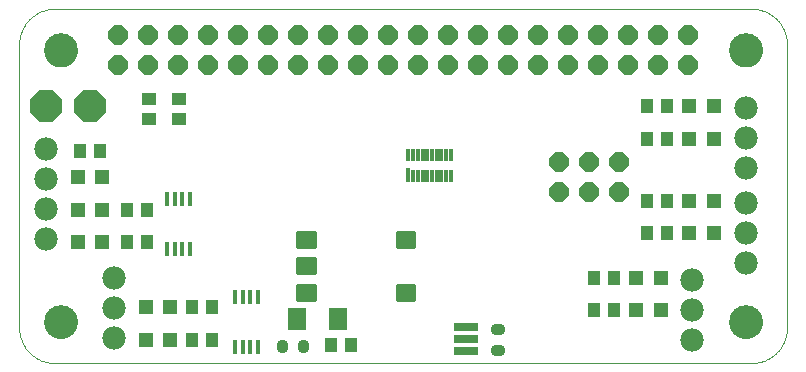
<source format=gts>
G75*
%MOIN*%
%OFA0B0*%
%FSLAX25Y25*%
%IPPOS*%
%LPD*%
%AMOC8*
5,1,8,0,0,1.08239X$1,22.5*
%
%ADD10C,0.00000*%
%ADD11C,0.11227*%
%ADD12OC8,0.06400*%
%ADD13R,0.05124X0.05124*%
%ADD14C,0.03150*%
%ADD15R,0.08274X0.03156*%
%ADD16C,0.00887*%
%ADD17R,0.05912X0.07487*%
%ADD18R,0.01581X0.05124*%
%ADD19OC8,0.10400*%
%ADD20OC8,0.06502*%
%ADD21C,0.07800*%
%ADD22R,0.04337X0.04731*%
%ADD23R,0.04731X0.04337*%
%ADD24R,0.01187X0.04731*%
%ADD25R,0.01187X0.04337*%
D10*
X0013811Y0013041D02*
X0246094Y0013041D01*
X0246379Y0013044D01*
X0246665Y0013055D01*
X0246950Y0013072D01*
X0247234Y0013096D01*
X0247518Y0013127D01*
X0247801Y0013165D01*
X0248082Y0013210D01*
X0248363Y0013261D01*
X0248643Y0013319D01*
X0248921Y0013384D01*
X0249197Y0013456D01*
X0249471Y0013534D01*
X0249744Y0013619D01*
X0250014Y0013711D01*
X0250282Y0013809D01*
X0250548Y0013913D01*
X0250811Y0014024D01*
X0251071Y0014141D01*
X0251329Y0014264D01*
X0251583Y0014394D01*
X0251834Y0014530D01*
X0252082Y0014671D01*
X0252326Y0014819D01*
X0252567Y0014972D01*
X0252803Y0015132D01*
X0253036Y0015297D01*
X0253265Y0015467D01*
X0253490Y0015643D01*
X0253710Y0015825D01*
X0253926Y0016011D01*
X0254137Y0016203D01*
X0254344Y0016400D01*
X0254546Y0016602D01*
X0254743Y0016809D01*
X0254935Y0017020D01*
X0255121Y0017236D01*
X0255303Y0017456D01*
X0255479Y0017681D01*
X0255649Y0017910D01*
X0255814Y0018143D01*
X0255974Y0018379D01*
X0256127Y0018620D01*
X0256275Y0018864D01*
X0256416Y0019112D01*
X0256552Y0019363D01*
X0256682Y0019617D01*
X0256805Y0019875D01*
X0256922Y0020135D01*
X0257033Y0020398D01*
X0257137Y0020664D01*
X0257235Y0020932D01*
X0257327Y0021202D01*
X0257412Y0021475D01*
X0257490Y0021749D01*
X0257562Y0022025D01*
X0257627Y0022303D01*
X0257685Y0022583D01*
X0257736Y0022864D01*
X0257781Y0023145D01*
X0257819Y0023428D01*
X0257850Y0023712D01*
X0257874Y0023996D01*
X0257891Y0024281D01*
X0257902Y0024567D01*
X0257905Y0024852D01*
X0257906Y0024852D02*
X0257906Y0119340D01*
X0257905Y0119340D02*
X0257902Y0119625D01*
X0257891Y0119911D01*
X0257874Y0120196D01*
X0257850Y0120480D01*
X0257819Y0120764D01*
X0257781Y0121047D01*
X0257736Y0121328D01*
X0257685Y0121609D01*
X0257627Y0121889D01*
X0257562Y0122167D01*
X0257490Y0122443D01*
X0257412Y0122717D01*
X0257327Y0122990D01*
X0257235Y0123260D01*
X0257137Y0123528D01*
X0257033Y0123794D01*
X0256922Y0124057D01*
X0256805Y0124317D01*
X0256682Y0124575D01*
X0256552Y0124829D01*
X0256416Y0125080D01*
X0256275Y0125328D01*
X0256127Y0125572D01*
X0255974Y0125813D01*
X0255814Y0126049D01*
X0255649Y0126282D01*
X0255479Y0126511D01*
X0255303Y0126736D01*
X0255121Y0126956D01*
X0254935Y0127172D01*
X0254743Y0127383D01*
X0254546Y0127590D01*
X0254344Y0127792D01*
X0254137Y0127989D01*
X0253926Y0128181D01*
X0253710Y0128367D01*
X0253490Y0128549D01*
X0253265Y0128725D01*
X0253036Y0128895D01*
X0252803Y0129060D01*
X0252567Y0129220D01*
X0252326Y0129373D01*
X0252082Y0129521D01*
X0251834Y0129662D01*
X0251583Y0129798D01*
X0251329Y0129928D01*
X0251071Y0130051D01*
X0250811Y0130168D01*
X0250548Y0130279D01*
X0250282Y0130383D01*
X0250014Y0130481D01*
X0249744Y0130573D01*
X0249471Y0130658D01*
X0249197Y0130736D01*
X0248921Y0130808D01*
X0248643Y0130873D01*
X0248363Y0130931D01*
X0248082Y0130982D01*
X0247801Y0131027D01*
X0247518Y0131065D01*
X0247234Y0131096D01*
X0246950Y0131120D01*
X0246665Y0131137D01*
X0246379Y0131148D01*
X0246094Y0131151D01*
X0013811Y0131151D01*
X0013526Y0131148D01*
X0013240Y0131137D01*
X0012955Y0131120D01*
X0012671Y0131096D01*
X0012387Y0131065D01*
X0012104Y0131027D01*
X0011823Y0130982D01*
X0011542Y0130931D01*
X0011262Y0130873D01*
X0010984Y0130808D01*
X0010708Y0130736D01*
X0010434Y0130658D01*
X0010161Y0130573D01*
X0009891Y0130481D01*
X0009623Y0130383D01*
X0009357Y0130279D01*
X0009094Y0130168D01*
X0008834Y0130051D01*
X0008576Y0129928D01*
X0008322Y0129798D01*
X0008071Y0129662D01*
X0007823Y0129521D01*
X0007579Y0129373D01*
X0007338Y0129220D01*
X0007102Y0129060D01*
X0006869Y0128895D01*
X0006640Y0128725D01*
X0006415Y0128549D01*
X0006195Y0128367D01*
X0005979Y0128181D01*
X0005768Y0127989D01*
X0005561Y0127792D01*
X0005359Y0127590D01*
X0005162Y0127383D01*
X0004970Y0127172D01*
X0004784Y0126956D01*
X0004602Y0126736D01*
X0004426Y0126511D01*
X0004256Y0126282D01*
X0004091Y0126049D01*
X0003931Y0125813D01*
X0003778Y0125572D01*
X0003630Y0125328D01*
X0003489Y0125080D01*
X0003353Y0124829D01*
X0003223Y0124575D01*
X0003100Y0124317D01*
X0002983Y0124057D01*
X0002872Y0123794D01*
X0002768Y0123528D01*
X0002670Y0123260D01*
X0002578Y0122990D01*
X0002493Y0122717D01*
X0002415Y0122443D01*
X0002343Y0122167D01*
X0002278Y0121889D01*
X0002220Y0121609D01*
X0002169Y0121328D01*
X0002124Y0121047D01*
X0002086Y0120764D01*
X0002055Y0120480D01*
X0002031Y0120196D01*
X0002014Y0119911D01*
X0002003Y0119625D01*
X0002000Y0119340D01*
X0002000Y0024852D01*
X0002003Y0024567D01*
X0002014Y0024281D01*
X0002031Y0023996D01*
X0002055Y0023712D01*
X0002086Y0023428D01*
X0002124Y0023145D01*
X0002169Y0022864D01*
X0002220Y0022583D01*
X0002278Y0022303D01*
X0002343Y0022025D01*
X0002415Y0021749D01*
X0002493Y0021475D01*
X0002578Y0021202D01*
X0002670Y0020932D01*
X0002768Y0020664D01*
X0002872Y0020398D01*
X0002983Y0020135D01*
X0003100Y0019875D01*
X0003223Y0019617D01*
X0003353Y0019363D01*
X0003489Y0019112D01*
X0003630Y0018864D01*
X0003778Y0018620D01*
X0003931Y0018379D01*
X0004091Y0018143D01*
X0004256Y0017910D01*
X0004426Y0017681D01*
X0004602Y0017456D01*
X0004784Y0017236D01*
X0004970Y0017020D01*
X0005162Y0016809D01*
X0005359Y0016602D01*
X0005561Y0016400D01*
X0005768Y0016203D01*
X0005979Y0016011D01*
X0006195Y0015825D01*
X0006415Y0015643D01*
X0006640Y0015467D01*
X0006869Y0015297D01*
X0007102Y0015132D01*
X0007338Y0014972D01*
X0007579Y0014819D01*
X0007823Y0014671D01*
X0008071Y0014530D01*
X0008322Y0014394D01*
X0008576Y0014264D01*
X0008834Y0014141D01*
X0009094Y0014024D01*
X0009357Y0013913D01*
X0009623Y0013809D01*
X0009891Y0013711D01*
X0010161Y0013619D01*
X0010434Y0013534D01*
X0010708Y0013456D01*
X0010984Y0013384D01*
X0011262Y0013319D01*
X0011542Y0013261D01*
X0011823Y0013210D01*
X0012104Y0013165D01*
X0012387Y0013127D01*
X0012671Y0013096D01*
X0012955Y0013072D01*
X0013240Y0013055D01*
X0013526Y0013044D01*
X0013811Y0013041D01*
X0010367Y0026820D02*
X0010369Y0026967D01*
X0010375Y0027113D01*
X0010385Y0027259D01*
X0010399Y0027405D01*
X0010417Y0027551D01*
X0010438Y0027696D01*
X0010464Y0027840D01*
X0010494Y0027984D01*
X0010527Y0028126D01*
X0010564Y0028268D01*
X0010605Y0028409D01*
X0010650Y0028548D01*
X0010699Y0028687D01*
X0010751Y0028824D01*
X0010808Y0028959D01*
X0010867Y0029093D01*
X0010931Y0029225D01*
X0010998Y0029355D01*
X0011068Y0029484D01*
X0011142Y0029611D01*
X0011219Y0029735D01*
X0011300Y0029858D01*
X0011384Y0029978D01*
X0011471Y0030096D01*
X0011561Y0030211D01*
X0011654Y0030324D01*
X0011751Y0030435D01*
X0011850Y0030543D01*
X0011952Y0030648D01*
X0012057Y0030750D01*
X0012165Y0030849D01*
X0012276Y0030946D01*
X0012389Y0031039D01*
X0012504Y0031129D01*
X0012622Y0031216D01*
X0012742Y0031300D01*
X0012865Y0031381D01*
X0012989Y0031458D01*
X0013116Y0031532D01*
X0013245Y0031602D01*
X0013375Y0031669D01*
X0013507Y0031733D01*
X0013641Y0031792D01*
X0013776Y0031849D01*
X0013913Y0031901D01*
X0014052Y0031950D01*
X0014191Y0031995D01*
X0014332Y0032036D01*
X0014474Y0032073D01*
X0014616Y0032106D01*
X0014760Y0032136D01*
X0014904Y0032162D01*
X0015049Y0032183D01*
X0015195Y0032201D01*
X0015341Y0032215D01*
X0015487Y0032225D01*
X0015633Y0032231D01*
X0015780Y0032233D01*
X0015927Y0032231D01*
X0016073Y0032225D01*
X0016219Y0032215D01*
X0016365Y0032201D01*
X0016511Y0032183D01*
X0016656Y0032162D01*
X0016800Y0032136D01*
X0016944Y0032106D01*
X0017086Y0032073D01*
X0017228Y0032036D01*
X0017369Y0031995D01*
X0017508Y0031950D01*
X0017647Y0031901D01*
X0017784Y0031849D01*
X0017919Y0031792D01*
X0018053Y0031733D01*
X0018185Y0031669D01*
X0018315Y0031602D01*
X0018444Y0031532D01*
X0018571Y0031458D01*
X0018695Y0031381D01*
X0018818Y0031300D01*
X0018938Y0031216D01*
X0019056Y0031129D01*
X0019171Y0031039D01*
X0019284Y0030946D01*
X0019395Y0030849D01*
X0019503Y0030750D01*
X0019608Y0030648D01*
X0019710Y0030543D01*
X0019809Y0030435D01*
X0019906Y0030324D01*
X0019999Y0030211D01*
X0020089Y0030096D01*
X0020176Y0029978D01*
X0020260Y0029858D01*
X0020341Y0029735D01*
X0020418Y0029611D01*
X0020492Y0029484D01*
X0020562Y0029355D01*
X0020629Y0029225D01*
X0020693Y0029093D01*
X0020752Y0028959D01*
X0020809Y0028824D01*
X0020861Y0028687D01*
X0020910Y0028548D01*
X0020955Y0028409D01*
X0020996Y0028268D01*
X0021033Y0028126D01*
X0021066Y0027984D01*
X0021096Y0027840D01*
X0021122Y0027696D01*
X0021143Y0027551D01*
X0021161Y0027405D01*
X0021175Y0027259D01*
X0021185Y0027113D01*
X0021191Y0026967D01*
X0021193Y0026820D01*
X0021191Y0026673D01*
X0021185Y0026527D01*
X0021175Y0026381D01*
X0021161Y0026235D01*
X0021143Y0026089D01*
X0021122Y0025944D01*
X0021096Y0025800D01*
X0021066Y0025656D01*
X0021033Y0025514D01*
X0020996Y0025372D01*
X0020955Y0025231D01*
X0020910Y0025092D01*
X0020861Y0024953D01*
X0020809Y0024816D01*
X0020752Y0024681D01*
X0020693Y0024547D01*
X0020629Y0024415D01*
X0020562Y0024285D01*
X0020492Y0024156D01*
X0020418Y0024029D01*
X0020341Y0023905D01*
X0020260Y0023782D01*
X0020176Y0023662D01*
X0020089Y0023544D01*
X0019999Y0023429D01*
X0019906Y0023316D01*
X0019809Y0023205D01*
X0019710Y0023097D01*
X0019608Y0022992D01*
X0019503Y0022890D01*
X0019395Y0022791D01*
X0019284Y0022694D01*
X0019171Y0022601D01*
X0019056Y0022511D01*
X0018938Y0022424D01*
X0018818Y0022340D01*
X0018695Y0022259D01*
X0018571Y0022182D01*
X0018444Y0022108D01*
X0018315Y0022038D01*
X0018185Y0021971D01*
X0018053Y0021907D01*
X0017919Y0021848D01*
X0017784Y0021791D01*
X0017647Y0021739D01*
X0017508Y0021690D01*
X0017369Y0021645D01*
X0017228Y0021604D01*
X0017086Y0021567D01*
X0016944Y0021534D01*
X0016800Y0021504D01*
X0016656Y0021478D01*
X0016511Y0021457D01*
X0016365Y0021439D01*
X0016219Y0021425D01*
X0016073Y0021415D01*
X0015927Y0021409D01*
X0015780Y0021407D01*
X0015633Y0021409D01*
X0015487Y0021415D01*
X0015341Y0021425D01*
X0015195Y0021439D01*
X0015049Y0021457D01*
X0014904Y0021478D01*
X0014760Y0021504D01*
X0014616Y0021534D01*
X0014474Y0021567D01*
X0014332Y0021604D01*
X0014191Y0021645D01*
X0014052Y0021690D01*
X0013913Y0021739D01*
X0013776Y0021791D01*
X0013641Y0021848D01*
X0013507Y0021907D01*
X0013375Y0021971D01*
X0013245Y0022038D01*
X0013116Y0022108D01*
X0012989Y0022182D01*
X0012865Y0022259D01*
X0012742Y0022340D01*
X0012622Y0022424D01*
X0012504Y0022511D01*
X0012389Y0022601D01*
X0012276Y0022694D01*
X0012165Y0022791D01*
X0012057Y0022890D01*
X0011952Y0022992D01*
X0011850Y0023097D01*
X0011751Y0023205D01*
X0011654Y0023316D01*
X0011561Y0023429D01*
X0011471Y0023544D01*
X0011384Y0023662D01*
X0011300Y0023782D01*
X0011219Y0023905D01*
X0011142Y0024029D01*
X0011068Y0024156D01*
X0010998Y0024285D01*
X0010931Y0024415D01*
X0010867Y0024547D01*
X0010808Y0024681D01*
X0010751Y0024816D01*
X0010699Y0024953D01*
X0010650Y0025092D01*
X0010605Y0025231D01*
X0010564Y0025372D01*
X0010527Y0025514D01*
X0010494Y0025656D01*
X0010464Y0025800D01*
X0010438Y0025944D01*
X0010417Y0026089D01*
X0010399Y0026235D01*
X0010385Y0026381D01*
X0010375Y0026527D01*
X0010369Y0026673D01*
X0010367Y0026820D01*
X0010367Y0117371D02*
X0010369Y0117518D01*
X0010375Y0117664D01*
X0010385Y0117810D01*
X0010399Y0117956D01*
X0010417Y0118102D01*
X0010438Y0118247D01*
X0010464Y0118391D01*
X0010494Y0118535D01*
X0010527Y0118677D01*
X0010564Y0118819D01*
X0010605Y0118960D01*
X0010650Y0119099D01*
X0010699Y0119238D01*
X0010751Y0119375D01*
X0010808Y0119510D01*
X0010867Y0119644D01*
X0010931Y0119776D01*
X0010998Y0119906D01*
X0011068Y0120035D01*
X0011142Y0120162D01*
X0011219Y0120286D01*
X0011300Y0120409D01*
X0011384Y0120529D01*
X0011471Y0120647D01*
X0011561Y0120762D01*
X0011654Y0120875D01*
X0011751Y0120986D01*
X0011850Y0121094D01*
X0011952Y0121199D01*
X0012057Y0121301D01*
X0012165Y0121400D01*
X0012276Y0121497D01*
X0012389Y0121590D01*
X0012504Y0121680D01*
X0012622Y0121767D01*
X0012742Y0121851D01*
X0012865Y0121932D01*
X0012989Y0122009D01*
X0013116Y0122083D01*
X0013245Y0122153D01*
X0013375Y0122220D01*
X0013507Y0122284D01*
X0013641Y0122343D01*
X0013776Y0122400D01*
X0013913Y0122452D01*
X0014052Y0122501D01*
X0014191Y0122546D01*
X0014332Y0122587D01*
X0014474Y0122624D01*
X0014616Y0122657D01*
X0014760Y0122687D01*
X0014904Y0122713D01*
X0015049Y0122734D01*
X0015195Y0122752D01*
X0015341Y0122766D01*
X0015487Y0122776D01*
X0015633Y0122782D01*
X0015780Y0122784D01*
X0015927Y0122782D01*
X0016073Y0122776D01*
X0016219Y0122766D01*
X0016365Y0122752D01*
X0016511Y0122734D01*
X0016656Y0122713D01*
X0016800Y0122687D01*
X0016944Y0122657D01*
X0017086Y0122624D01*
X0017228Y0122587D01*
X0017369Y0122546D01*
X0017508Y0122501D01*
X0017647Y0122452D01*
X0017784Y0122400D01*
X0017919Y0122343D01*
X0018053Y0122284D01*
X0018185Y0122220D01*
X0018315Y0122153D01*
X0018444Y0122083D01*
X0018571Y0122009D01*
X0018695Y0121932D01*
X0018818Y0121851D01*
X0018938Y0121767D01*
X0019056Y0121680D01*
X0019171Y0121590D01*
X0019284Y0121497D01*
X0019395Y0121400D01*
X0019503Y0121301D01*
X0019608Y0121199D01*
X0019710Y0121094D01*
X0019809Y0120986D01*
X0019906Y0120875D01*
X0019999Y0120762D01*
X0020089Y0120647D01*
X0020176Y0120529D01*
X0020260Y0120409D01*
X0020341Y0120286D01*
X0020418Y0120162D01*
X0020492Y0120035D01*
X0020562Y0119906D01*
X0020629Y0119776D01*
X0020693Y0119644D01*
X0020752Y0119510D01*
X0020809Y0119375D01*
X0020861Y0119238D01*
X0020910Y0119099D01*
X0020955Y0118960D01*
X0020996Y0118819D01*
X0021033Y0118677D01*
X0021066Y0118535D01*
X0021096Y0118391D01*
X0021122Y0118247D01*
X0021143Y0118102D01*
X0021161Y0117956D01*
X0021175Y0117810D01*
X0021185Y0117664D01*
X0021191Y0117518D01*
X0021193Y0117371D01*
X0021191Y0117224D01*
X0021185Y0117078D01*
X0021175Y0116932D01*
X0021161Y0116786D01*
X0021143Y0116640D01*
X0021122Y0116495D01*
X0021096Y0116351D01*
X0021066Y0116207D01*
X0021033Y0116065D01*
X0020996Y0115923D01*
X0020955Y0115782D01*
X0020910Y0115643D01*
X0020861Y0115504D01*
X0020809Y0115367D01*
X0020752Y0115232D01*
X0020693Y0115098D01*
X0020629Y0114966D01*
X0020562Y0114836D01*
X0020492Y0114707D01*
X0020418Y0114580D01*
X0020341Y0114456D01*
X0020260Y0114333D01*
X0020176Y0114213D01*
X0020089Y0114095D01*
X0019999Y0113980D01*
X0019906Y0113867D01*
X0019809Y0113756D01*
X0019710Y0113648D01*
X0019608Y0113543D01*
X0019503Y0113441D01*
X0019395Y0113342D01*
X0019284Y0113245D01*
X0019171Y0113152D01*
X0019056Y0113062D01*
X0018938Y0112975D01*
X0018818Y0112891D01*
X0018695Y0112810D01*
X0018571Y0112733D01*
X0018444Y0112659D01*
X0018315Y0112589D01*
X0018185Y0112522D01*
X0018053Y0112458D01*
X0017919Y0112399D01*
X0017784Y0112342D01*
X0017647Y0112290D01*
X0017508Y0112241D01*
X0017369Y0112196D01*
X0017228Y0112155D01*
X0017086Y0112118D01*
X0016944Y0112085D01*
X0016800Y0112055D01*
X0016656Y0112029D01*
X0016511Y0112008D01*
X0016365Y0111990D01*
X0016219Y0111976D01*
X0016073Y0111966D01*
X0015927Y0111960D01*
X0015780Y0111958D01*
X0015633Y0111960D01*
X0015487Y0111966D01*
X0015341Y0111976D01*
X0015195Y0111990D01*
X0015049Y0112008D01*
X0014904Y0112029D01*
X0014760Y0112055D01*
X0014616Y0112085D01*
X0014474Y0112118D01*
X0014332Y0112155D01*
X0014191Y0112196D01*
X0014052Y0112241D01*
X0013913Y0112290D01*
X0013776Y0112342D01*
X0013641Y0112399D01*
X0013507Y0112458D01*
X0013375Y0112522D01*
X0013245Y0112589D01*
X0013116Y0112659D01*
X0012989Y0112733D01*
X0012865Y0112810D01*
X0012742Y0112891D01*
X0012622Y0112975D01*
X0012504Y0113062D01*
X0012389Y0113152D01*
X0012276Y0113245D01*
X0012165Y0113342D01*
X0012057Y0113441D01*
X0011952Y0113543D01*
X0011850Y0113648D01*
X0011751Y0113756D01*
X0011654Y0113867D01*
X0011561Y0113980D01*
X0011471Y0114095D01*
X0011384Y0114213D01*
X0011300Y0114333D01*
X0011219Y0114456D01*
X0011142Y0114580D01*
X0011068Y0114707D01*
X0010998Y0114836D01*
X0010931Y0114966D01*
X0010867Y0115098D01*
X0010808Y0115232D01*
X0010751Y0115367D01*
X0010699Y0115504D01*
X0010650Y0115643D01*
X0010605Y0115782D01*
X0010564Y0115923D01*
X0010527Y0116065D01*
X0010494Y0116207D01*
X0010464Y0116351D01*
X0010438Y0116495D01*
X0010417Y0116640D01*
X0010399Y0116786D01*
X0010385Y0116932D01*
X0010375Y0117078D01*
X0010369Y0117224D01*
X0010367Y0117371D01*
X0238713Y0117371D02*
X0238715Y0117518D01*
X0238721Y0117664D01*
X0238731Y0117810D01*
X0238745Y0117956D01*
X0238763Y0118102D01*
X0238784Y0118247D01*
X0238810Y0118391D01*
X0238840Y0118535D01*
X0238873Y0118677D01*
X0238910Y0118819D01*
X0238951Y0118960D01*
X0238996Y0119099D01*
X0239045Y0119238D01*
X0239097Y0119375D01*
X0239154Y0119510D01*
X0239213Y0119644D01*
X0239277Y0119776D01*
X0239344Y0119906D01*
X0239414Y0120035D01*
X0239488Y0120162D01*
X0239565Y0120286D01*
X0239646Y0120409D01*
X0239730Y0120529D01*
X0239817Y0120647D01*
X0239907Y0120762D01*
X0240000Y0120875D01*
X0240097Y0120986D01*
X0240196Y0121094D01*
X0240298Y0121199D01*
X0240403Y0121301D01*
X0240511Y0121400D01*
X0240622Y0121497D01*
X0240735Y0121590D01*
X0240850Y0121680D01*
X0240968Y0121767D01*
X0241088Y0121851D01*
X0241211Y0121932D01*
X0241335Y0122009D01*
X0241462Y0122083D01*
X0241591Y0122153D01*
X0241721Y0122220D01*
X0241853Y0122284D01*
X0241987Y0122343D01*
X0242122Y0122400D01*
X0242259Y0122452D01*
X0242398Y0122501D01*
X0242537Y0122546D01*
X0242678Y0122587D01*
X0242820Y0122624D01*
X0242962Y0122657D01*
X0243106Y0122687D01*
X0243250Y0122713D01*
X0243395Y0122734D01*
X0243541Y0122752D01*
X0243687Y0122766D01*
X0243833Y0122776D01*
X0243979Y0122782D01*
X0244126Y0122784D01*
X0244273Y0122782D01*
X0244419Y0122776D01*
X0244565Y0122766D01*
X0244711Y0122752D01*
X0244857Y0122734D01*
X0245002Y0122713D01*
X0245146Y0122687D01*
X0245290Y0122657D01*
X0245432Y0122624D01*
X0245574Y0122587D01*
X0245715Y0122546D01*
X0245854Y0122501D01*
X0245993Y0122452D01*
X0246130Y0122400D01*
X0246265Y0122343D01*
X0246399Y0122284D01*
X0246531Y0122220D01*
X0246661Y0122153D01*
X0246790Y0122083D01*
X0246917Y0122009D01*
X0247041Y0121932D01*
X0247164Y0121851D01*
X0247284Y0121767D01*
X0247402Y0121680D01*
X0247517Y0121590D01*
X0247630Y0121497D01*
X0247741Y0121400D01*
X0247849Y0121301D01*
X0247954Y0121199D01*
X0248056Y0121094D01*
X0248155Y0120986D01*
X0248252Y0120875D01*
X0248345Y0120762D01*
X0248435Y0120647D01*
X0248522Y0120529D01*
X0248606Y0120409D01*
X0248687Y0120286D01*
X0248764Y0120162D01*
X0248838Y0120035D01*
X0248908Y0119906D01*
X0248975Y0119776D01*
X0249039Y0119644D01*
X0249098Y0119510D01*
X0249155Y0119375D01*
X0249207Y0119238D01*
X0249256Y0119099D01*
X0249301Y0118960D01*
X0249342Y0118819D01*
X0249379Y0118677D01*
X0249412Y0118535D01*
X0249442Y0118391D01*
X0249468Y0118247D01*
X0249489Y0118102D01*
X0249507Y0117956D01*
X0249521Y0117810D01*
X0249531Y0117664D01*
X0249537Y0117518D01*
X0249539Y0117371D01*
X0249537Y0117224D01*
X0249531Y0117078D01*
X0249521Y0116932D01*
X0249507Y0116786D01*
X0249489Y0116640D01*
X0249468Y0116495D01*
X0249442Y0116351D01*
X0249412Y0116207D01*
X0249379Y0116065D01*
X0249342Y0115923D01*
X0249301Y0115782D01*
X0249256Y0115643D01*
X0249207Y0115504D01*
X0249155Y0115367D01*
X0249098Y0115232D01*
X0249039Y0115098D01*
X0248975Y0114966D01*
X0248908Y0114836D01*
X0248838Y0114707D01*
X0248764Y0114580D01*
X0248687Y0114456D01*
X0248606Y0114333D01*
X0248522Y0114213D01*
X0248435Y0114095D01*
X0248345Y0113980D01*
X0248252Y0113867D01*
X0248155Y0113756D01*
X0248056Y0113648D01*
X0247954Y0113543D01*
X0247849Y0113441D01*
X0247741Y0113342D01*
X0247630Y0113245D01*
X0247517Y0113152D01*
X0247402Y0113062D01*
X0247284Y0112975D01*
X0247164Y0112891D01*
X0247041Y0112810D01*
X0246917Y0112733D01*
X0246790Y0112659D01*
X0246661Y0112589D01*
X0246531Y0112522D01*
X0246399Y0112458D01*
X0246265Y0112399D01*
X0246130Y0112342D01*
X0245993Y0112290D01*
X0245854Y0112241D01*
X0245715Y0112196D01*
X0245574Y0112155D01*
X0245432Y0112118D01*
X0245290Y0112085D01*
X0245146Y0112055D01*
X0245002Y0112029D01*
X0244857Y0112008D01*
X0244711Y0111990D01*
X0244565Y0111976D01*
X0244419Y0111966D01*
X0244273Y0111960D01*
X0244126Y0111958D01*
X0243979Y0111960D01*
X0243833Y0111966D01*
X0243687Y0111976D01*
X0243541Y0111990D01*
X0243395Y0112008D01*
X0243250Y0112029D01*
X0243106Y0112055D01*
X0242962Y0112085D01*
X0242820Y0112118D01*
X0242678Y0112155D01*
X0242537Y0112196D01*
X0242398Y0112241D01*
X0242259Y0112290D01*
X0242122Y0112342D01*
X0241987Y0112399D01*
X0241853Y0112458D01*
X0241721Y0112522D01*
X0241591Y0112589D01*
X0241462Y0112659D01*
X0241335Y0112733D01*
X0241211Y0112810D01*
X0241088Y0112891D01*
X0240968Y0112975D01*
X0240850Y0113062D01*
X0240735Y0113152D01*
X0240622Y0113245D01*
X0240511Y0113342D01*
X0240403Y0113441D01*
X0240298Y0113543D01*
X0240196Y0113648D01*
X0240097Y0113756D01*
X0240000Y0113867D01*
X0239907Y0113980D01*
X0239817Y0114095D01*
X0239730Y0114213D01*
X0239646Y0114333D01*
X0239565Y0114456D01*
X0239488Y0114580D01*
X0239414Y0114707D01*
X0239344Y0114836D01*
X0239277Y0114966D01*
X0239213Y0115098D01*
X0239154Y0115232D01*
X0239097Y0115367D01*
X0239045Y0115504D01*
X0238996Y0115643D01*
X0238951Y0115782D01*
X0238910Y0115923D01*
X0238873Y0116065D01*
X0238840Y0116207D01*
X0238810Y0116351D01*
X0238784Y0116495D01*
X0238763Y0116640D01*
X0238745Y0116786D01*
X0238731Y0116932D01*
X0238721Y0117078D01*
X0238715Y0117224D01*
X0238713Y0117371D01*
X0238713Y0026820D02*
X0238715Y0026967D01*
X0238721Y0027113D01*
X0238731Y0027259D01*
X0238745Y0027405D01*
X0238763Y0027551D01*
X0238784Y0027696D01*
X0238810Y0027840D01*
X0238840Y0027984D01*
X0238873Y0028126D01*
X0238910Y0028268D01*
X0238951Y0028409D01*
X0238996Y0028548D01*
X0239045Y0028687D01*
X0239097Y0028824D01*
X0239154Y0028959D01*
X0239213Y0029093D01*
X0239277Y0029225D01*
X0239344Y0029355D01*
X0239414Y0029484D01*
X0239488Y0029611D01*
X0239565Y0029735D01*
X0239646Y0029858D01*
X0239730Y0029978D01*
X0239817Y0030096D01*
X0239907Y0030211D01*
X0240000Y0030324D01*
X0240097Y0030435D01*
X0240196Y0030543D01*
X0240298Y0030648D01*
X0240403Y0030750D01*
X0240511Y0030849D01*
X0240622Y0030946D01*
X0240735Y0031039D01*
X0240850Y0031129D01*
X0240968Y0031216D01*
X0241088Y0031300D01*
X0241211Y0031381D01*
X0241335Y0031458D01*
X0241462Y0031532D01*
X0241591Y0031602D01*
X0241721Y0031669D01*
X0241853Y0031733D01*
X0241987Y0031792D01*
X0242122Y0031849D01*
X0242259Y0031901D01*
X0242398Y0031950D01*
X0242537Y0031995D01*
X0242678Y0032036D01*
X0242820Y0032073D01*
X0242962Y0032106D01*
X0243106Y0032136D01*
X0243250Y0032162D01*
X0243395Y0032183D01*
X0243541Y0032201D01*
X0243687Y0032215D01*
X0243833Y0032225D01*
X0243979Y0032231D01*
X0244126Y0032233D01*
X0244273Y0032231D01*
X0244419Y0032225D01*
X0244565Y0032215D01*
X0244711Y0032201D01*
X0244857Y0032183D01*
X0245002Y0032162D01*
X0245146Y0032136D01*
X0245290Y0032106D01*
X0245432Y0032073D01*
X0245574Y0032036D01*
X0245715Y0031995D01*
X0245854Y0031950D01*
X0245993Y0031901D01*
X0246130Y0031849D01*
X0246265Y0031792D01*
X0246399Y0031733D01*
X0246531Y0031669D01*
X0246661Y0031602D01*
X0246790Y0031532D01*
X0246917Y0031458D01*
X0247041Y0031381D01*
X0247164Y0031300D01*
X0247284Y0031216D01*
X0247402Y0031129D01*
X0247517Y0031039D01*
X0247630Y0030946D01*
X0247741Y0030849D01*
X0247849Y0030750D01*
X0247954Y0030648D01*
X0248056Y0030543D01*
X0248155Y0030435D01*
X0248252Y0030324D01*
X0248345Y0030211D01*
X0248435Y0030096D01*
X0248522Y0029978D01*
X0248606Y0029858D01*
X0248687Y0029735D01*
X0248764Y0029611D01*
X0248838Y0029484D01*
X0248908Y0029355D01*
X0248975Y0029225D01*
X0249039Y0029093D01*
X0249098Y0028959D01*
X0249155Y0028824D01*
X0249207Y0028687D01*
X0249256Y0028548D01*
X0249301Y0028409D01*
X0249342Y0028268D01*
X0249379Y0028126D01*
X0249412Y0027984D01*
X0249442Y0027840D01*
X0249468Y0027696D01*
X0249489Y0027551D01*
X0249507Y0027405D01*
X0249521Y0027259D01*
X0249531Y0027113D01*
X0249537Y0026967D01*
X0249539Y0026820D01*
X0249537Y0026673D01*
X0249531Y0026527D01*
X0249521Y0026381D01*
X0249507Y0026235D01*
X0249489Y0026089D01*
X0249468Y0025944D01*
X0249442Y0025800D01*
X0249412Y0025656D01*
X0249379Y0025514D01*
X0249342Y0025372D01*
X0249301Y0025231D01*
X0249256Y0025092D01*
X0249207Y0024953D01*
X0249155Y0024816D01*
X0249098Y0024681D01*
X0249039Y0024547D01*
X0248975Y0024415D01*
X0248908Y0024285D01*
X0248838Y0024156D01*
X0248764Y0024029D01*
X0248687Y0023905D01*
X0248606Y0023782D01*
X0248522Y0023662D01*
X0248435Y0023544D01*
X0248345Y0023429D01*
X0248252Y0023316D01*
X0248155Y0023205D01*
X0248056Y0023097D01*
X0247954Y0022992D01*
X0247849Y0022890D01*
X0247741Y0022791D01*
X0247630Y0022694D01*
X0247517Y0022601D01*
X0247402Y0022511D01*
X0247284Y0022424D01*
X0247164Y0022340D01*
X0247041Y0022259D01*
X0246917Y0022182D01*
X0246790Y0022108D01*
X0246661Y0022038D01*
X0246531Y0021971D01*
X0246399Y0021907D01*
X0246265Y0021848D01*
X0246130Y0021791D01*
X0245993Y0021739D01*
X0245854Y0021690D01*
X0245715Y0021645D01*
X0245574Y0021604D01*
X0245432Y0021567D01*
X0245290Y0021534D01*
X0245146Y0021504D01*
X0245002Y0021478D01*
X0244857Y0021457D01*
X0244711Y0021439D01*
X0244565Y0021425D01*
X0244419Y0021415D01*
X0244273Y0021409D01*
X0244126Y0021407D01*
X0243979Y0021409D01*
X0243833Y0021415D01*
X0243687Y0021425D01*
X0243541Y0021439D01*
X0243395Y0021457D01*
X0243250Y0021478D01*
X0243106Y0021504D01*
X0242962Y0021534D01*
X0242820Y0021567D01*
X0242678Y0021604D01*
X0242537Y0021645D01*
X0242398Y0021690D01*
X0242259Y0021739D01*
X0242122Y0021791D01*
X0241987Y0021848D01*
X0241853Y0021907D01*
X0241721Y0021971D01*
X0241591Y0022038D01*
X0241462Y0022108D01*
X0241335Y0022182D01*
X0241211Y0022259D01*
X0241088Y0022340D01*
X0240968Y0022424D01*
X0240850Y0022511D01*
X0240735Y0022601D01*
X0240622Y0022694D01*
X0240511Y0022791D01*
X0240403Y0022890D01*
X0240298Y0022992D01*
X0240196Y0023097D01*
X0240097Y0023205D01*
X0240000Y0023316D01*
X0239907Y0023429D01*
X0239817Y0023544D01*
X0239730Y0023662D01*
X0239646Y0023782D01*
X0239565Y0023905D01*
X0239488Y0024029D01*
X0239414Y0024156D01*
X0239344Y0024285D01*
X0239277Y0024415D01*
X0239213Y0024547D01*
X0239154Y0024681D01*
X0239097Y0024816D01*
X0239045Y0024953D01*
X0238996Y0025092D01*
X0238951Y0025231D01*
X0238910Y0025372D01*
X0238873Y0025514D01*
X0238840Y0025656D01*
X0238810Y0025800D01*
X0238784Y0025944D01*
X0238763Y0026089D01*
X0238745Y0026235D01*
X0238731Y0026381D01*
X0238721Y0026527D01*
X0238715Y0026673D01*
X0238713Y0026820D01*
D11*
X0244126Y0026820D03*
X0244126Y0117371D03*
X0015780Y0117371D03*
X0015780Y0026820D03*
D12*
X0034953Y0112371D03*
X0044953Y0112371D03*
X0054953Y0112371D03*
X0064953Y0112371D03*
X0074953Y0112371D03*
X0084953Y0112371D03*
X0094953Y0112371D03*
X0104953Y0112371D03*
X0114953Y0112371D03*
X0124953Y0112371D03*
X0134953Y0112371D03*
X0144953Y0112371D03*
X0154953Y0112371D03*
X0164953Y0112371D03*
X0174953Y0112371D03*
X0184953Y0112371D03*
X0194953Y0112371D03*
X0204953Y0112371D03*
X0214953Y0112371D03*
X0224953Y0112371D03*
X0224953Y0122371D03*
X0214953Y0122371D03*
X0204953Y0122371D03*
X0194953Y0122371D03*
X0184953Y0122371D03*
X0174953Y0122371D03*
X0164953Y0122371D03*
X0154953Y0122371D03*
X0144953Y0122371D03*
X0134953Y0122371D03*
X0124953Y0122371D03*
X0114953Y0122371D03*
X0104953Y0122371D03*
X0094953Y0122371D03*
X0084953Y0122371D03*
X0074953Y0122371D03*
X0064953Y0122371D03*
X0054953Y0122371D03*
X0044953Y0122371D03*
X0034953Y0122371D03*
D13*
X0029756Y0075048D03*
X0021488Y0075048D03*
X0021488Y0064222D03*
X0029756Y0064222D03*
X0029756Y0053395D03*
X0021488Y0053395D03*
X0044126Y0031741D03*
X0052394Y0031741D03*
X0052394Y0020915D03*
X0044126Y0020915D03*
X0207512Y0030757D03*
X0215780Y0030757D03*
X0215780Y0041584D03*
X0207512Y0041584D03*
X0225228Y0056348D03*
X0233496Y0056348D03*
X0233496Y0067174D03*
X0225228Y0067174D03*
X0225228Y0087844D03*
X0233496Y0087844D03*
X0233496Y0098670D03*
X0225228Y0098670D03*
D14*
X0162239Y0024808D02*
X0162239Y0024022D01*
X0160659Y0024022D01*
X0160659Y0024808D01*
X0162239Y0024808D01*
X0162239Y0017808D02*
X0162239Y0017022D01*
X0160659Y0017022D01*
X0160659Y0017808D01*
X0162239Y0017808D01*
X0096249Y0017959D02*
X0096249Y0019539D01*
X0097035Y0019539D01*
X0097035Y0017959D01*
X0096249Y0017959D01*
X0089249Y0017959D02*
X0089249Y0019539D01*
X0090035Y0019539D01*
X0090035Y0017959D01*
X0089249Y0017959D01*
D15*
X0150819Y0017174D03*
X0150819Y0021111D03*
X0150819Y0025048D03*
D16*
X0133646Y0034150D02*
X0127834Y0034150D01*
X0127834Y0039176D01*
X0133646Y0039176D01*
X0133646Y0034150D01*
X0133646Y0035036D02*
X0127834Y0035036D01*
X0127834Y0035922D02*
X0133646Y0035922D01*
X0133646Y0036808D02*
X0127834Y0036808D01*
X0127834Y0037694D02*
X0133646Y0037694D01*
X0133646Y0038580D02*
X0127834Y0038580D01*
X0127834Y0051866D02*
X0133646Y0051866D01*
X0127834Y0051866D02*
X0127834Y0056892D01*
X0133646Y0056892D01*
X0133646Y0051866D01*
X0133646Y0052752D02*
X0127834Y0052752D01*
X0127834Y0053638D02*
X0133646Y0053638D01*
X0133646Y0054524D02*
X0127834Y0054524D01*
X0127834Y0055410D02*
X0133646Y0055410D01*
X0133646Y0056296D02*
X0127834Y0056296D01*
X0100575Y0051866D02*
X0094763Y0051866D01*
X0094763Y0056892D01*
X0100575Y0056892D01*
X0100575Y0051866D01*
X0100575Y0052752D02*
X0094763Y0052752D01*
X0094763Y0053638D02*
X0100575Y0053638D01*
X0100575Y0054524D02*
X0094763Y0054524D01*
X0094763Y0055410D02*
X0100575Y0055410D01*
X0100575Y0056296D02*
X0094763Y0056296D01*
X0094763Y0043008D02*
X0100575Y0043008D01*
X0094763Y0043008D02*
X0094763Y0048034D01*
X0100575Y0048034D01*
X0100575Y0043008D01*
X0100575Y0043894D02*
X0094763Y0043894D01*
X0094763Y0044780D02*
X0100575Y0044780D01*
X0100575Y0045666D02*
X0094763Y0045666D01*
X0094763Y0046552D02*
X0100575Y0046552D01*
X0100575Y0047438D02*
X0094763Y0047438D01*
X0094763Y0034150D02*
X0100575Y0034150D01*
X0094763Y0034150D02*
X0094763Y0039176D01*
X0100575Y0039176D01*
X0100575Y0034150D01*
X0100575Y0035036D02*
X0094763Y0035036D01*
X0094763Y0035922D02*
X0100575Y0035922D01*
X0100575Y0036808D02*
X0094763Y0036808D01*
X0094763Y0037694D02*
X0100575Y0037694D01*
X0100575Y0038580D02*
X0094763Y0038580D01*
D17*
X0094717Y0027804D03*
X0108102Y0027804D03*
D18*
X0081622Y0035135D03*
X0079063Y0035135D03*
X0076504Y0035135D03*
X0073945Y0035135D03*
X0058984Y0050981D03*
X0056425Y0050981D03*
X0053866Y0050981D03*
X0051307Y0050981D03*
X0051307Y0067615D03*
X0053866Y0067615D03*
X0056425Y0067615D03*
X0058984Y0067615D03*
X0073945Y0018501D03*
X0076504Y0018501D03*
X0079063Y0018501D03*
X0081622Y0018501D03*
D19*
X0025622Y0098670D03*
X0010858Y0098670D03*
D20*
X0181961Y0080048D03*
X0191961Y0080048D03*
X0201961Y0080048D03*
X0201961Y0070048D03*
X0191961Y0070048D03*
X0181961Y0070048D03*
D21*
X0226409Y0040915D03*
X0244126Y0046505D03*
X0244126Y0056505D03*
X0244126Y0066505D03*
X0244126Y0078001D03*
X0244126Y0088001D03*
X0244126Y0098001D03*
X0226409Y0030915D03*
X0226409Y0020915D03*
X0033496Y0021584D03*
X0033496Y0031584D03*
X0033496Y0041584D03*
X0010850Y0054352D03*
X0010850Y0064352D03*
X0010850Y0074352D03*
X0010850Y0084352D03*
D22*
X0022276Y0083907D03*
X0028969Y0083907D03*
X0038024Y0064222D03*
X0044717Y0064222D03*
X0044717Y0053395D03*
X0038024Y0053395D03*
X0059677Y0031741D03*
X0066370Y0031741D03*
X0066370Y0020915D03*
X0059677Y0020915D03*
X0105937Y0018946D03*
X0112630Y0018946D03*
X0193535Y0030757D03*
X0200228Y0030757D03*
X0200228Y0041584D03*
X0193535Y0041584D03*
X0211252Y0056348D03*
X0217945Y0056348D03*
X0217945Y0067174D03*
X0211252Y0067174D03*
X0211252Y0087844D03*
X0217945Y0087844D03*
X0217945Y0098670D03*
X0211252Y0098670D03*
D23*
X0055150Y0101033D03*
X0045307Y0101033D03*
X0045307Y0094340D03*
X0055150Y0094340D03*
D24*
X0131724Y0075639D03*
D25*
X0133299Y0075442D03*
X0134874Y0075442D03*
X0136449Y0075442D03*
X0138024Y0075442D03*
X0139598Y0075442D03*
X0141173Y0075442D03*
X0142748Y0075442D03*
X0144323Y0075442D03*
X0145898Y0075442D03*
X0145898Y0082529D03*
X0144323Y0082529D03*
X0142748Y0082529D03*
X0141173Y0082529D03*
X0139598Y0082529D03*
X0138024Y0082529D03*
X0136449Y0082529D03*
X0134874Y0082529D03*
X0133299Y0082529D03*
X0131724Y0082529D03*
M02*

</source>
